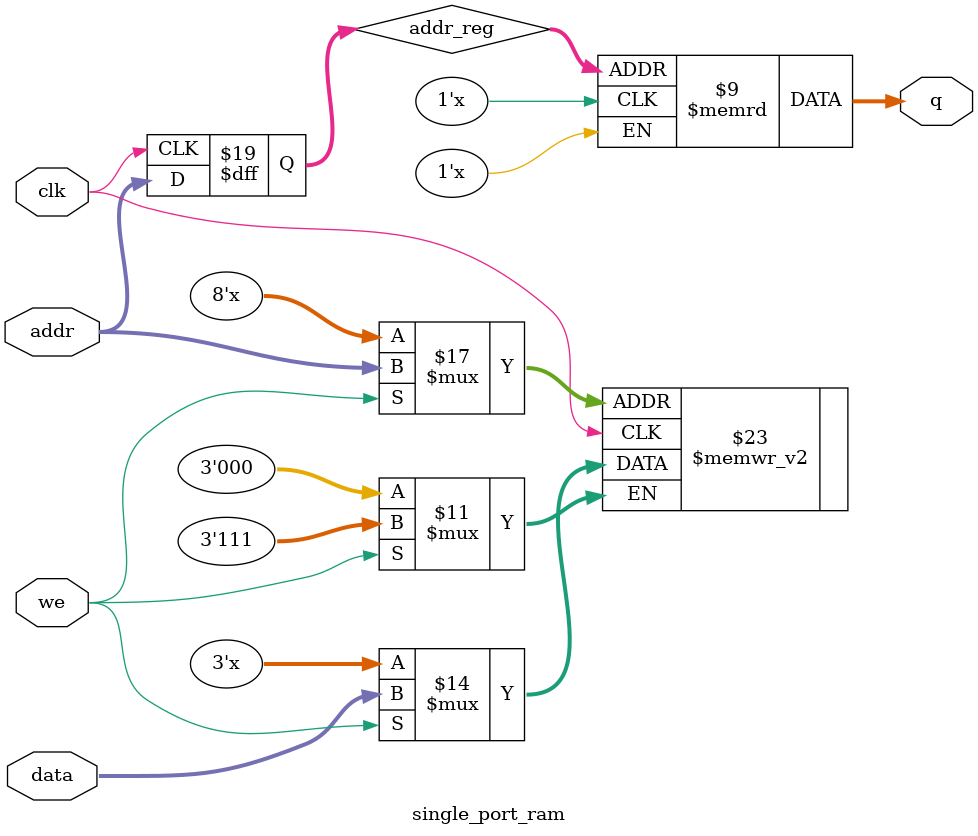
<source format=v>
module single_port_ram
(
	input [2:0] data,
	input [7:0] addr,
	input we, clk,
	output [2:0] q
);

	// Declare the RAM variable
	reg [2:0] ram[7:0];
	
	// Variable to hold the registered read address
	reg [7:0] addr_reg;
	
	always @ (posedge clk)
	begin
	// Write
		if (we)
			ram[addr] <= data;
    		addr_reg <= addr;
		
	end
		
	assign q = ram[addr_reg];
	
endmodule 
</source>
